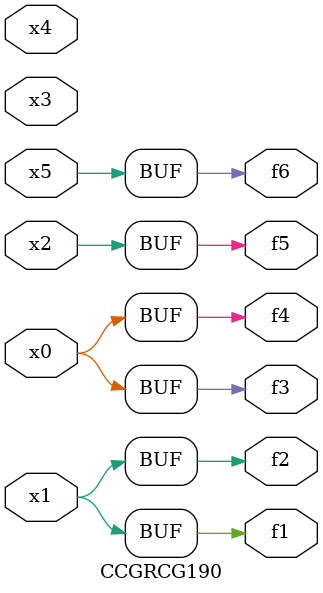
<source format=v>
module CCGRCG190(
	input x0, x1, x2, x3, x4, x5,
	output f1, f2, f3, f4, f5, f6
);
	assign f1 = x1;
	assign f2 = x1;
	assign f3 = x0;
	assign f4 = x0;
	assign f5 = x2;
	assign f6 = x5;
endmodule

</source>
